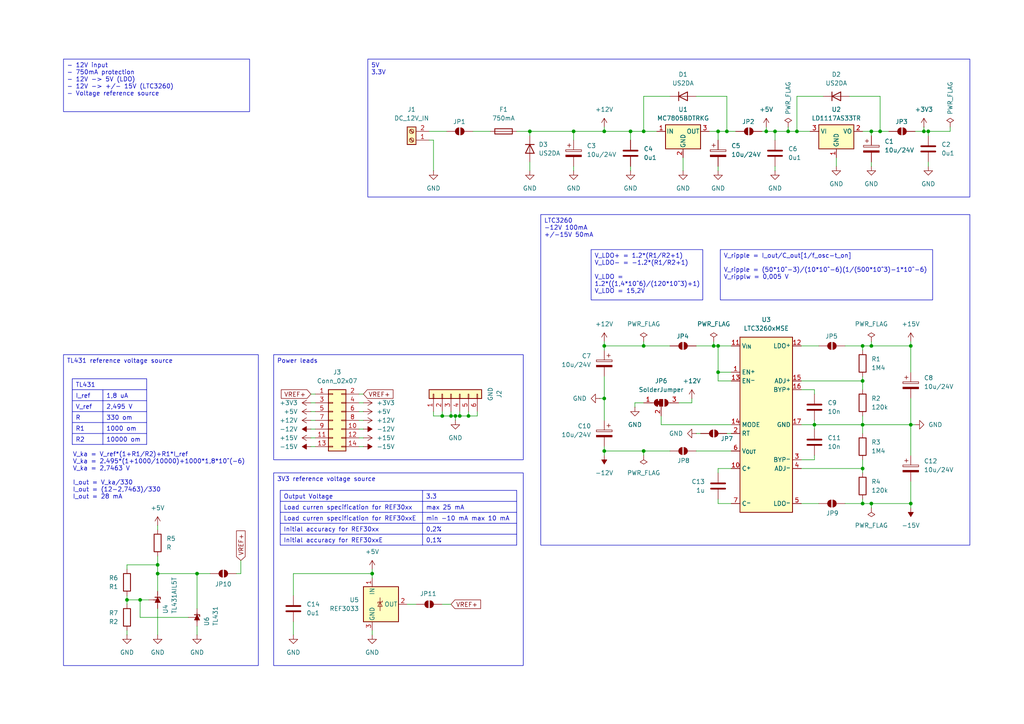
<source format=kicad_sch>
(kicad_sch (version 20250114) (generator "eeschema") (generator_version "9.0")
  (paper "A4")
  (text "V_ka = V_ref*(1+R1/R2)+R1*I_ref\nV_ka = 2.495*(1+1000/10000)+1000*1,8*10^(-6)\nV_ka = 2,7463 V\n\nI_out = V_ka/330\nI_out = (12-2,7463)/330\nI_out = 28 mA" (at 21.082 138.049 0) (effects (font (size 1.27 1.27)) (justify left)))
  (text_box "5V\n3.3V" (at 106.68 17.145 0) (size 174.625 40.005) (margins 0.9525 0.9525 0.9525 0.9525) (effects (font (size 1.27 1.27)) (justify left top)))
  (text_box "Power leads" (at 79.375 102.87 0) (size 72.39 30.48) (margins 0.9525 0.9525 0.9525 0.9525) (effects (font (size 1.27 1.27)) (justify left top)))
  (text_box "V_ripple = I_out/C_out[1/f_osc-t_on]\n\nV_ripple = (50*10^-3)/(10*10^-6)(1/(500*10^3)-1*10^-6)\nV_ripplw = 0,005 V" (at 208.915 72.39 0) (size 61.595 14.605) (margins 0.9525 0.9525 0.9525 0.9525) (effects (font (size 1.27 1.27)) (justify left top)))
  (text_box "3V3 reference voltage source" (at 79.375 137.16 0) (size 72.39 55.88) (margins 0.9525 0.9525 0.9525 0.9525) (effects (font (size 1.27 1.27)) (justify left top)))
  (text_box "TL431 reference voltage source" (at 18.415 102.87 0) (size 56.515 90.17) (margins 0.9525 0.9525 0.9525 0.9525) (effects (font (size 1.27 1.27)) (justify left top)))
  (text_box "LTC3260\n-12V 100mA\n+/-15V 50mA" (at 156.845 62.23 0) (size 124.46 95.885) (margins 0.9525 0.9525 0.9525 0.9525) (effects (font (size 1.27 1.27)) (justify left top)))
  (text_box "- 12V input\n- 750mA protection\n- 12V -> 5V (LDO)\n- 12V -> +/- 15V (LTC3260)\n- Voltage reference source" (at 18.415 17.145 0) (size 53.975 15.24) (margins 0.9525 0.9525 0.9525 0.9525) (effects (font (size 1.27 1.27)) (justify left top)))
  (text_box "V_LDO+ = 1.2*(R1/R2+1)\nV_LDO- = -1.2*(R1/R2+1)\n\nV_LDO = 1.2*((1,4*10^6)/(120*10^3)+1)\nV_LDO = 15,2V" (at 171.45 72.39 0) (size 32.385 14.605) (margins 0.9525 0.9525 0.9525 0.9525) (effects (font (size 1.27 1.27)) (justify left top)))
  (junction (at 208.28 100.33))
  (junction (at 166.37 38.1))
  (junction (at 255.27 38.1))
  (junction (at 57.15 166.37))
  (junction (at 264.16 146.05))
  (junction (at 252.73 38.1))
  (junction (at 250.19 110.49))
  (junction (at 132.08 120.65))
  (junction (at 228.6 38.1))
  (junction (at 236.22 123.19))
  (junction (at 250.19 146.05))
  (junction (at 175.26 38.1))
  (junction (at 133.35 120.65))
  (junction (at 45.72 166.37))
  (junction (at 252.73 146.05))
  (junction (at 250.19 100.33))
  (junction (at 250.19 135.89))
  (junction (at 45.72 163.83))
  (junction (at 207.01 100.33))
  (junction (at 264.16 123.19))
  (junction (at 264.16 100.33))
  (junction (at 224.79 38.1))
  (junction (at 208.28 38.1))
  (junction (at 208.28 107.95))
  (junction (at 40.64 173.99))
  (junction (at 175.26 100.33))
  (junction (at 269.24 38.1))
  (junction (at 252.73 100.33))
  (junction (at 107.95 166.37))
  (junction (at 135.89 120.65))
  (junction (at 222.25 38.1))
  (junction (at 175.26 115.57))
  (junction (at 130.81 120.65))
  (junction (at 186.69 100.33))
  (junction (at 182.88 38.1))
  (junction (at 36.83 173.99))
  (junction (at 186.69 38.1))
  (junction (at 250.19 123.19))
  (junction (at 267.97 38.1))
  (junction (at 231.14 38.1))
  (junction (at 175.26 130.81))
  (junction (at 153.67 38.1))
  (junction (at 186.69 130.81))
  (junction (at 128.27 120.65))
  (junction (at 210.82 38.1))
  (wire (pts (xy 175.26 115.57) (xy 173.99 115.57)))
  (wire (pts (xy 250.19 144.78) (xy 250.19 146.05)))
  (wire (pts (xy 57.15 166.37) (xy 57.15 176.53)))
  (wire (pts (xy 210.82 27.94) (xy 210.82 38.1)))
  (wire (pts (xy 255.27 27.94) (xy 255.27 38.1)))
  (wire (pts (xy 250.19 123.19) (xy 264.16 123.19)))
  (wire (pts (xy 205.74 38.1) (xy 208.28 38.1)))
  (wire (pts (xy 212.09 110.49) (xy 208.28 110.49)))
  (wire (pts (xy 90.17 129.54) (xy 91.44 129.54)))
  (wire (pts (xy 105.41 121.92) (xy 104.14 121.92)))
  (wire (pts (xy 207.01 100.33) (xy 208.28 100.33)))
  (wire (pts (xy 252.73 99.06) (xy 252.73 100.33)))
  (wire (pts (xy 175.26 129.54) (xy 175.26 130.81)))
  (wire (pts (xy 149.86 38.1) (xy 153.67 38.1)))
  (wire (pts (xy 125.73 49.53) (xy 125.73 40.64)))
  (wire (pts (xy 198.12 45.72) (xy 198.12 49.53)))
  (wire (pts (xy 125.73 119.38) (xy 125.73 120.65)))
  (wire (pts (xy 36.83 182.88) (xy 36.83 184.15)))
  (wire (pts (xy 264.16 146.05) (xy 264.16 147.32)))
  (wire (pts (xy 242.57 48.26) (xy 242.57 45.72)))
  (wire (pts (xy 255.27 38.1) (xy 257.81 38.1)))
  (wire (pts (xy 124.46 38.1) (xy 129.54 38.1)))
  (wire (pts (xy 201.93 27.94) (xy 210.82 27.94)))
  (wire (pts (xy 232.41 123.19) (xy 236.22 123.19)))
  (wire (pts (xy 90.17 121.92) (xy 91.44 121.92)))
  (wire (pts (xy 45.72 161.29) (xy 45.72 163.83)))
  (wire (pts (xy 125.73 40.64) (xy 124.46 40.64)))
  (wire (pts (xy 208.28 100.33) (xy 212.09 100.33)))
  (wire (pts (xy 153.67 38.1) (xy 166.37 38.1)))
  (wire (pts (xy 175.26 36.83) (xy 175.26 38.1)))
  (wire (pts (xy 36.83 173.99) (xy 36.83 175.26)))
  (wire (pts (xy 250.19 120.65) (xy 250.19 123.19)))
  (wire (pts (xy 57.15 184.15) (xy 57.15 181.61)))
  (wire (pts (xy 166.37 38.1) (xy 175.26 38.1)))
  (wire (pts (xy 133.35 119.38) (xy 133.35 120.65)))
  (wire (pts (xy 265.43 38.1) (xy 267.97 38.1)))
  (wire (pts (xy 135.89 119.38) (xy 135.89 120.65)))
  (wire (pts (xy 194.31 27.94) (xy 186.69 27.94)))
  (wire (pts (xy 45.72 166.37) (xy 57.15 166.37)))
  (wire (pts (xy 166.37 48.26) (xy 166.37 49.53)))
  (wire (pts (xy 186.69 130.81) (xy 194.31 130.81)))
  (wire (pts (xy 128.27 119.38) (xy 128.27 120.65)))
  (wire (pts (xy 54.61 179.07) (xy 40.64 179.07)))
  (wire (pts (xy 269.24 38.1) (xy 269.24 39.37)))
  (wire (pts (xy 85.09 180.34) (xy 85.09 184.15)))
  (wire (pts (xy 200.66 116.84) (xy 196.85 116.84)))
  (wire (pts (xy 186.69 27.94) (xy 186.69 38.1)))
  (wire (pts (xy 105.41 116.84) (xy 104.14 116.84)))
  (wire (pts (xy 90.17 114.3) (xy 91.44 114.3)))
  (wire (pts (xy 224.79 38.1) (xy 228.6 38.1)))
  (wire (pts (xy 220.98 38.1) (xy 222.25 38.1)))
  (wire (pts (xy 264.16 123.19) (xy 264.16 132.08)))
  (wire (pts (xy 57.15 166.37) (xy 60.96 166.37)))
  (wire (pts (xy 182.88 38.1) (xy 182.88 40.64)))
  (wire (pts (xy 186.69 38.1) (xy 190.5 38.1)))
  (wire (pts (xy 107.95 165.1) (xy 107.95 166.37)))
  (wire (pts (xy 175.26 130.81) (xy 175.26 132.08)))
  (wire (pts (xy 208.28 38.1) (xy 208.28 40.64)))
  (wire (pts (xy 40.64 173.99) (xy 43.18 173.99)))
  (wire (pts (xy 208.28 107.95) (xy 212.09 107.95)))
  (wire (pts (xy 236.22 113.03) (xy 236.22 114.3)))
  (wire (pts (xy 250.19 135.89) (xy 250.19 137.16)))
  (wire (pts (xy 232.41 133.35) (xy 236.22 133.35)))
  (wire (pts (xy 130.81 119.38) (xy 130.81 120.65)))
  (wire (pts (xy 264.16 123.19) (xy 265.43 123.19)))
  (wire (pts (xy 252.73 146.05) (xy 264.16 146.05)))
  (wire (pts (xy 231.14 38.1) (xy 234.95 38.1)))
  (wire (pts (xy 264.16 139.7) (xy 264.16 146.05)))
  (wire (pts (xy 45.72 166.37) (xy 45.72 171.45)))
  (wire (pts (xy 107.95 182.88) (xy 107.95 184.15)))
  (wire (pts (xy 36.83 173.99) (xy 40.64 173.99)))
  (wire (pts (xy 90.17 116.84) (xy 91.44 116.84)))
  (wire (pts (xy 133.35 120.65) (xy 135.89 120.65)))
  (wire (pts (xy 224.79 48.26) (xy 224.79 49.53)))
  (wire (pts (xy 69.85 162.56) (xy 69.85 166.37)))
  (wire (pts (xy 237.49 146.05) (xy 232.41 146.05)))
  (wire (pts (xy 90.17 119.38) (xy 91.44 119.38)))
  (wire (pts (xy 128.27 175.26) (xy 130.81 175.26)))
  (wire (pts (xy 90.17 127) (xy 91.44 127)))
  (wire (pts (xy 246.38 27.94) (xy 255.27 27.94)))
  (wire (pts (xy 118.11 175.26) (xy 120.65 175.26)))
  (wire (pts (xy 267.97 38.1) (xy 269.24 38.1)))
  (wire (pts (xy 132.08 121.92) (xy 132.08 120.65)))
  (wire (pts (xy 236.22 123.19) (xy 250.19 123.19)))
  (wire (pts (xy 208.28 107.95) (xy 208.28 100.33)))
  (wire (pts (xy 207.01 99.06) (xy 207.01 100.33)))
  (wire (pts (xy 250.19 100.33) (xy 245.11 100.33)))
  (wire (pts (xy 36.83 165.1) (xy 36.83 163.83)))
  (wire (pts (xy 45.72 163.83) (xy 45.72 166.37)))
  (wire (pts (xy 182.88 38.1) (xy 186.69 38.1)))
  (wire (pts (xy 153.67 38.1) (xy 153.67 39.37)))
  (wire (pts (xy 201.93 100.33) (xy 207.01 100.33)))
  (wire (pts (xy 250.19 100.33) (xy 252.73 100.33)))
  (wire (pts (xy 90.17 124.46) (xy 91.44 124.46)))
  (wire (pts (xy 275.59 36.83) (xy 275.59 38.1)))
  (wire (pts (xy 250.19 146.05) (xy 252.73 146.05)))
  (wire (pts (xy 105.41 127) (xy 104.14 127)))
  (wire (pts (xy 107.95 166.37) (xy 107.95 167.64)))
  (wire (pts (xy 130.81 120.65) (xy 132.08 120.65)))
  (wire (pts (xy 210.82 125.73) (xy 212.09 125.73)))
  (wire (pts (xy 182.88 48.26) (xy 182.88 49.53)))
  (wire (pts (xy 250.19 123.19) (xy 250.19 125.73)))
  (wire (pts (xy 132.08 120.65) (xy 133.35 120.65)))
  (wire (pts (xy 166.37 38.1) (xy 166.37 40.64)))
  (wire (pts (xy 175.26 100.33) (xy 186.69 100.33)))
  (wire (pts (xy 128.27 120.65) (xy 130.81 120.65)))
  (wire (pts (xy 104.14 114.3) (xy 105.41 114.3)))
  (wire (pts (xy 264.16 107.95) (xy 264.16 100.33)))
  (wire (pts (xy 36.83 172.72) (xy 36.83 173.99)))
  (wire (pts (xy 250.19 100.33) (xy 250.19 101.6)))
  (wire (pts (xy 237.49 100.33) (xy 232.41 100.33)))
  (wire (pts (xy 125.73 120.65) (xy 128.27 120.65)))
  (wire (pts (xy 264.16 115.57) (xy 264.16 123.19)))
  (wire (pts (xy 186.69 100.33) (xy 194.31 100.33)))
  (wire (pts (xy 153.67 46.99) (xy 153.67 49.53)))
  (wire (pts (xy 191.77 123.19) (xy 212.09 123.19)))
  (wire (pts (xy 45.72 176.53) (xy 45.72 184.15)))
  (wire (pts (xy 232.41 110.49) (xy 250.19 110.49)))
  (wire (pts (xy 208.28 135.89) (xy 212.09 135.89)))
  (wire (pts (xy 252.73 46.99) (xy 252.73 48.26)))
  (wire (pts (xy 210.82 38.1) (xy 213.36 38.1)))
  (wire (pts (xy 200.66 115.57) (xy 200.66 116.84)))
  (wire (pts (xy 252.73 146.05) (xy 252.73 147.32)))
  (wire (pts (xy 208.28 137.16) (xy 208.28 135.89)))
  (wire (pts (xy 175.26 109.22) (xy 175.26 115.57)))
  (wire (pts (xy 252.73 38.1) (xy 252.73 39.37)))
  (wire (pts (xy 250.19 110.49) (xy 250.19 113.03)))
  (wire (pts (xy 175.26 38.1) (xy 182.88 38.1)))
  (wire (pts (xy 69.85 166.37) (xy 68.58 166.37)))
  (wire (pts (xy 231.14 27.94) (xy 231.14 38.1)))
  (wire (pts (xy 224.79 38.1) (xy 224.79 40.64)))
  (wire (pts (xy 252.73 38.1) (xy 255.27 38.1)))
  (wire (pts (xy 232.41 113.03) (xy 236.22 113.03)))
  (wire (pts (xy 184.15 118.11) (xy 184.15 116.84)))
  (wire (pts (xy 208.28 110.49) (xy 208.28 107.95)))
  (wire (pts (xy 186.69 130.81) (xy 186.69 132.08)))
  (wire (pts (xy 250.19 38.1) (xy 252.73 38.1)))
  (wire (pts (xy 250.19 110.49) (xy 250.19 109.22)))
  (wire (pts (xy 264.16 99.06) (xy 264.16 100.33)))
  (wire (pts (xy 105.41 124.46) (xy 104.14 124.46)))
  (wire (pts (xy 267.97 36.83) (xy 267.97 38.1)))
  (wire (pts (xy 105.41 119.38) (xy 104.14 119.38)))
  (wire (pts (xy 137.16 38.1) (xy 142.24 38.1)))
  (wire (pts (xy 201.93 125.73) (xy 203.2 125.73)))
  (wire (pts (xy 105.41 129.54) (xy 104.14 129.54)))
  (wire (pts (xy 222.25 38.1) (xy 224.79 38.1)))
  (wire (pts (xy 252.73 100.33) (xy 264.16 100.33)))
  (wire (pts (xy 236.22 133.35) (xy 236.22 132.08)))
  (wire (pts (xy 236.22 123.19) (xy 236.22 124.46)))
  (wire (pts (xy 85.09 166.37) (xy 107.95 166.37)))
  (wire (pts (xy 236.22 123.19) (xy 236.22 121.92)))
  (wire (pts (xy 40.64 179.07) (xy 40.64 173.99)))
  (wire (pts (xy 186.69 99.06) (xy 186.69 100.33)))
  (wire (pts (xy 208.28 144.78) (xy 208.28 146.05)))
  (wire (pts (xy 138.43 120.65) (xy 138.43 119.38)))
  (wire (pts (xy 175.26 100.33) (xy 175.26 101.6)))
  (wire (pts (xy 232.41 135.89) (xy 250.19 135.89)))
  (wire (pts (xy 250.19 146.05) (xy 245.11 146.05)))
  (wire (pts (xy 36.83 163.83) (xy 45.72 163.83)))
  (wire (pts (xy 135.89 120.65) (xy 138.43 120.65)))
  (wire (pts (xy 250.19 133.35) (xy 250.19 135.89)))
  (wire (pts (xy 208.28 48.26) (xy 208.28 49.53)))
  (wire (pts (xy 228.6 36.83) (xy 228.6 38.1)))
  (wire (pts (xy 175.26 121.92) (xy 175.26 115.57)))
  (wire (pts (xy 275.59 38.1) (xy 269.24 38.1)))
  (wire (pts (xy 45.72 152.4) (xy 45.72 153.67)))
  (wire (pts (xy 222.25 36.83) (xy 222.25 38.1)))
  (wire (pts (xy 184.15 116.84) (xy 186.69 116.84)))
  (wire (pts (xy 269.24 46.99) (xy 269.24 48.26)))
  (wire (pts (xy 208.28 38.1) (xy 210.82 38.1)))
  (wire (pts (xy 175.26 130.81) (xy 186.69 130.81)))
  (wire (pts (xy 238.76 27.94) (xy 231.14 27.94)))
  (wire (pts (xy 228.6 38.1) (xy 231.14 38.1)))
  (wire (pts (xy 201.93 130.81) (xy 212.09 130.81)))
  (wire (pts (xy 85.09 172.72) (xy 85.09 166.37)))
  (wire (pts (xy 191.77 123.19) (xy 191.77 120.65)))
  (wire (pts (xy 208.28 146.05) (xy 212.09 146.05)))
  (wire (pts (xy 175.26 99.06) (xy 175.26 100.33)))
  (table (column_count 2) (border (external yes) (header yes)) (separators (rows yes) (cols yes)) (column_widths 8.89 12.7) (row_heights 3.175 3.175 3.175 3.175 3.175 3.175) (cells (table_cell "TL431" (at 20.955 109.855 0) (size 21.59 3.175) (margins 0.9525 0.9525 0.9525 0.9525) (span 2 1)) (table_cell "rgb(240, 240, 240)" (at 29.845 109.855 0) (size 12.7 3.175) (margins 0.9525 0.9525 0.9525 0.9525) (span 0 0)) (table_cell "I_ref" (at 20.955 113.03 0) (size 8.89 3.175) (margins 0.9525 0.9525 0.9525 0.9525) (span 1 1)) (table_cell "1,8 uA" (at 29.845 113.03 0) (size 12.7 3.175) (margins 0.9525 0.9525 0.9525 0.9525) (span 1 1)) (table_cell "V_ref" (at 20.955 116.205 0) (size 8.89 3.175) (margins 0.9525 0.9525 0.9525 0.9525) (span 1 1)) (table_cell "2,495 V" (at 29.845 116.205 0) (size 12.7 3.175) (margins 0.9525 0.9525 0.9525 0.9525) (span 1 1)) (table_cell "R" (at 20.955 119.38 0) (size 8.89 3.175) (margins 0.9525 0.9525 0.9525 0.9525) (span 1 1)) (table_cell "330 om" (at 29.845 119.38 0) (size 12.7 3.175) (margins 0.9525 0.9525 0.9525 0.9525) (span 1 1)) (table_cell "R1" (at 20.955 122.555 0) (size 8.89 3.175) (margins 0.9525 0.9525 0.9525 0.9525) (span 1 1)) (table_cell "1000 om" (at 29.845 122.555 0) (size 12.7 3.175) (margins 0.9525 0.9525 0.9525 0.9525) (span 1 1)) (table_cell "R2" (at 20.955 125.73 0) (size 8.89 3.175) (margins 0.9525 0.9525 0.9525 0.9525) (span 1 1)) (table_cell "10000 om" (at 29.845 125.73 0) (size 12.7 3.175) (margins 0.9525 0.9525 0.9525 0.9525) (span 1 1))))
  (table (column_count 2) (border (external yes) (header yes)) (separators (rows yes) (cols yes)) (column_widths 41.275 27.305) (row_heights 3.175 3.175 3.175 3.175 3.175) (cells (table_cell "Output Voltage" (at 81.28 142.24 0) (size 41.275 3.175) (margins 0.9525 0.9525 0.9525 0.9525) (span 1 1)) (table_cell "3.3" (at 122.555 142.24 0) (size 27.305 3.175) (margins 0.9525 0.9525 0.9525 0.9525) (span 1 1)) (table_cell "Load curren specification for REF30xx" (at 81.28 145.415 0) (size 41.275 3.175) (margins 0.9525 0.9525 0.9525 0.9525) (span 1 1)) (table_cell "max 25 mA" (at 122.555 145.415 0) (size 27.305 3.175) (margins 0.9525 0.9525 0.9525 0.9525) (span 1 1)) (table_cell "Load curren specification for REF30xxE" (at 81.28 148.59 0) (size 41.275 3.175) (margins 0.9525 0.9525 0.9525 0.9525) (span 1 1)) (table_cell "min -10 mA max 10 mA" (at 122.555 148.59 0) (size 27.305 3.175) (margins 0.9525 0.9525 0.9525 0.9525) (span 1 1)) (table_cell "Initial accuracy for REF30xx" (at 81.28 151.765 0) (size 41.275 3.175) (margins 0.9525 0.9525 0.9525 0.9525) (span 1 1)) (table_cell "0,2%" (at 122.555 151.765 0) (size 27.305 3.175) (margins 0.9525 0.9525 0.9525 0.9525) (span 1 1)) (table_cell "Initial accuracy for REF30xxE" (at 81.28 154.94 0) (size 41.275 3.175) (margins 0.9525 0.9525 0.9525 0.9525) (span 1 1)) (table_cell "0,1%" (at 122.555 154.94 0) (size 27.305 3.175) (margins 0.9525 0.9525 0.9525 0.9525) (span 1 1))))
  (global_label "VREF+" (shape input) (at 130.81 175.26 0) (property "Intersheetrefs" "${INTERSHEET_REFS}" (effects (hide yes))))
  (global_label "VREF+" (shape input) (at 69.85 162.56 90) (property "Intersheetrefs" "${INTERSHEET_REFS}" (effects (hide yes))))
  (global_label "VREF+" (shape input) (at 105.41 114.3 0) (property "Intersheetrefs" "${INTERSHEET_REFS}" (effects (hide yes))))
  (global_label "VREF+" (shape input) (at 90.17 114.3 180) (property "Intersheetrefs" "${INTERSHEET_REFS}" (effects (hide yes))))
  (symbol (lib_id "power:GND") (at 57.15 184.15 0) (unit 1)
    (property "Reference" "#PWR040" (effects (hide yes)))
    (property "Value" "GND" (at 57.15 189.23 0))
    (property "Description" "Power symbol creates a global label with name \"GND\" , ground" (effects (hide yes)))
  )
  (symbol (lib_id "power:+15V") (at 264.16 99.06 0) (unit 1)
    (property "Reference" "#PWR015" (effects (hide yes)))
    (property "Value" "+15V" (at 264.16 93.98 0))
    (property "Description" "Power symbol creates a global label with name \"+15V\"" (effects (hide yes)))
  )
  (symbol (lib_id "power:PWR_FLAG") (at 252.73 99.06 0) (unit 1)
    (property "Reference" "#FLG05" (effects (hide yes)))
    (property "Value" "PWR_FLAG" (at 252.73 93.98 0))
    (property "Description" "Special symbol for telling ERC where power comes from" (effects (hide yes)))
  )
  (symbol (lib_id "power:GND") (at 132.08 121.92 0) (unit 1)
    (property "Reference" "#PWR025" (effects (hide yes)))
    (property "Value" "GND" (at 132.08 127 0))
    (property "Description" "Power symbol creates a global label with name \"GND\" , ground" (effects (hide yes)))
  )
  (symbol (lib_id "Device:Fuse") (at 146.05 38.1 90) (unit 1)
    (property "Reference" "F1" (at 146.05 31.75 90))
    (property "Value" "750mA" (at 146.05 34.29 90))
    (property "Footprint" "Fuse:Fuse_0603_1608Metric_Pad1.05x0.95mm_HandSolder" (effects (hide yes)))
    (property "Description" "Fuse" (effects (hide yes)))
  )
  (symbol (lib_id "Jumper:SolderJumper_2_Open") (at 198.12 100.33 180) (unit 1) (in_bom no)
    (property "Reference" "JP4" (at 197.993 97.536 0))
    (property "Value" "SolderJumper" (effects (hide yes)))
    (property "Footprint" "Jumper:SolderJumper-2_P1.3mm_Open_TrianglePad1.0x1.5mm" (effects (hide yes)))
    (property "Description" "Solder Jumper, 2-pole, open" (effects (hide yes)))
  )
  (symbol (lib_id "Device:R") (at 250.19 105.41 0) (unit 1)
    (property "Reference" "R1" (at 252.73 104.1399 0) (effects (justify left)))
    (property "Value" "1M4" (at 252.73 106.6799 0) (effects (justify left)))
    (property "Footprint" "Resistor_SMD:R_0603_1608Metric_Pad0.98x0.95mm_HandSolder" (effects (hide yes)))
    (property "Description" "Resistor" (effects (hide yes)))
  )
  (symbol (lib_id "Device:R") (at 250.19 140.97 0) (unit 1)
    (property "Reference" "R4" (at 252.73 139.6999 0) (effects (justify left)))
    (property "Value" "120k" (at 252.73 142.2399 0) (effects (justify left)))
    (property "Footprint" "Resistor_SMD:R_0603_1608Metric_Pad0.98x0.95mm_HandSolder" (effects (hide yes)))
    (property "Description" "Resistor" (effects (hide yes)))
  )
  (symbol (lib_id "Device:C_Polarized") (at 208.28 44.45 0) (unit 1)
    (property "Reference" "C5" (at 212.09 42.2909 0) (effects (justify left)))
    (property "Value" "10u/24V" (at 212.09 44.8309 0) (effects (justify left)))
    (property "Footprint" "Capacitor_THT:CP_Radial_D5.0mm_P2.00mm" (effects (hide yes)))
    (property "Description" "Polarized capacitor" (effects (hide yes)))
  )
  (symbol (lib_id "power:GND") (at 36.83 184.15 0) (unit 1)
    (property "Reference" "#PWR038" (effects (hide yes)))
    (property "Value" "GND" (at 36.83 189.23 0))
    (property "Description" "Power symbol creates a global label with name \"GND\" , ground" (effects (hide yes)))
  )
  (symbol (lib_id "power:GND") (at 182.88 49.53 0) (unit 1)
    (property "Reference" "#PWR010" (effects (hide yes)))
    (property "Value" "GND" (at 182.88 54.61 0))
    (property "Description" "Power symbol creates a global label with name \"GND\" , ground" (effects (hide yes)))
  )
  (symbol (lib_id "Regulator_Linear:LD1117S33TR_SOT223") (at 242.57 38.1 0) (unit 1)
    (property "Reference" "U2" (at 242.57 31.75 0))
    (property "Value" "LD1117AS33TR" (at 242.57 34.29 0))
    (property "Footprint" "Package_TO_SOT_SMD:SOT-223-3_TabPin2" (effects (hide yes)))
    (property "Datasheet" "http://www.st.com/st-web-ui/static/active/en/resource/technical/document/datasheet/CD00000544.pdf" (effects (hide yes)))
    (property "Description" "800mA Fixed Low Drop Positive Voltage Regulator, Fixed Output 3.3V, SOT-223" (effects (hide yes)))
  )
  (symbol (lib_id "Jumper:SolderJumper_2_Open") (at 124.46 175.26 0) (unit 1) (in_bom no)
    (property "Reference" "JP11" (at 124.206 172.212 0))
    (property "Value" "SolderJumper" (effects (hide yes)))
    (property "Footprint" "Jumper:SolderJumper-2_P1.3mm_Open_TrianglePad1.0x1.5mm" (effects (hide yes)))
    (property "Description" "Solder Jumper, 2-pole, open" (effects (hide yes)))
  )
  (symbol (lib_id "power:+5V") (at 222.25 36.83 0) (unit 1)
    (property "Reference" "#PWR02" (effects (hide yes)))
    (property "Value" "+5V" (at 222.25 31.75 0))
    (property "Description" "Power symbol creates a global label with name \"+5V\"" (effects (hide yes)))
  )
  (symbol (lib_id "power:GND") (at 125.73 49.53 0) (unit 1)
    (property "Reference" "#PWR07" (effects (hide yes)))
    (property "Value" "GND" (at 125.73 54.61 0))
    (property "Description" "Power symbol creates a global label with name \"GND\" , ground" (effects (hide yes)))
  )
  (symbol (lib_id "Jumper:SolderJumper_2_Open") (at 261.62 38.1 180) (unit 1) (in_bom no)
    (property "Reference" "JP3" (at 261.493 35.306 0))
    (property "Value" "SolderJumper" (effects (hide yes)))
    (property "Footprint" "Jumper:SolderJumper-2_P1.3mm_Open_TrianglePad1.0x1.5mm" (effects (hide yes)))
    (property "Description" "Solder Jumper, 2-pole, open" (effects (hide yes)))
  )
  (symbol (lib_id "power:-15V") (at 264.16 147.32 180) (unit 1)
    (property "Reference" "#PWR035" (effects (hide yes)))
    (property "Value" "-15V" (at 264.16 152.4 0))
    (property "Description" "Power symbol creates a global label with name \"-15V\"" (effects (hide yes)))
  )
  (symbol (lib_id "Device:C") (at 269.24 43.18 0) (unit 1)
    (property "Reference" "C2" (at 273.05 41.9099 0) (effects (justify left)))
    (property "Value" "0u1" (at 273.05 44.4499 0) (effects (justify left)))
    (property "Footprint" "Capacitor_SMD:C_0603_1608Metric_Pad1.08x0.95mm_HandSolder" (effects (hide yes)))
    (property "Description" "Unpolarized capacitor" (effects (hide yes)))
  )
  (symbol (lib_id "Jumper:SolderJumper_2_Open") (at 207.01 125.73 0) (unit 1) (in_bom no)
    (property "Reference" "JP7" (at 210.82 127.254 0))
    (property "Value" "SolderJumper" (effects (hide yes)))
    (property "Footprint" "Jumper:SolderJumper-2_P1.3mm_Open_TrianglePad1.0x1.5mm" (effects (hide yes)))
    (property "Description" "Solder Jumper, 2-pole, open" (effects (hide yes)))
  )
  (symbol (lib_id "Jumper:SolderJumper_2_Open") (at 64.77 166.37 0) (unit 1) (in_bom no)
    (property "Reference" "JP10" (at 64.77 169.418 0))
    (property "Value" "SolderJumper" (effects (hide yes)))
    (property "Footprint" "Jumper:SolderJumper-2_P1.3mm_Open_TrianglePad1.0x1.5mm" (effects (hide yes)))
    (property "Description" "Solder Jumper, 2-pole, open" (effects (hide yes)))
  )
  (symbol (lib_id "power:+12V") (at 105.41 121.92 270) (mirror x) (unit 1)
    (property "Reference" "#PWR024" (effects (hide yes)))
    (property "Value" "+12V" (at 109.22 121.9199 90) (effects (justify left)))
    (property "Description" "Power symbol creates a global label with name \"+12V\"" (effects (hide yes)))
  )
  (symbol (lib_id "power:-12V") (at 90.17 124.46 90) (unit 1)
    (property "Reference" "#PWR027" (effects (hide yes)))
    (property "Value" "-12V" (at 86.36 124.4599 90) (effects (justify left)))
    (property "Description" "Power symbol creates a global label with name \"-12V\"" (effects (hide yes)))
  )
  (symbol (lib_id "Device:C_Polarized") (at 264.16 111.76 0) (unit 1)
    (property "Reference" "C8" (at 267.97 109.6009 0) (effects (justify left)))
    (property "Value" "10u/24V" (at 267.97 112.1409 0) (effects (justify left)))
    (property "Footprint" "Capacitor_THT:CP_Radial_D5.0mm_P2.00mm" (effects (hide yes)))
    (property "Description" "Polarized capacitor" (effects (hide yes)))
  )
  (symbol (lib_id "Jumper:SolderJumper_2_Open") (at 217.17 38.1 180) (unit 1) (in_bom no)
    (property "Reference" "JP2" (at 217.043 35.306 0))
    (property "Value" "SolderJumper" (effects (hide yes)))
    (property "Footprint" "Jumper:SolderJumper-2_P1.3mm_Open_TrianglePad1.0x1.5mm" (effects (hide yes)))
    (property "Description" "Solder Jumper, 2-pole, open" (effects (hide yes)))
  )
  (symbol (lib_id "power:PWR_FLAG") (at 228.6 36.83 0) (unit 1)
    (property "Reference" "#FLG01" (effects (hide yes)))
    (property "Value" "PWR_FLAG" (at 228.6 28.448 90))
    (property "Description" "Special symbol for telling ERC where power comes from" (effects (hide yes)))
  )
  (symbol (lib_id "power:GND") (at 173.99 115.57 270) (unit 1)
    (property "Reference" "#PWR016" (effects (hide yes)))
    (property "Value" "GND" (at 170.18 115.5699 90) (effects (justify right)))
    (property "Description" "Power symbol creates a global label with name \"GND\" , ground" (effects (hide yes)))
  )
  (symbol (lib_id "power:GND") (at 45.72 184.15 0) (unit 1)
    (property "Reference" "#PWR039" (effects (hide yes)))
    (property "Value" "GND" (at 45.72 189.23 0))
    (property "Description" "Power symbol creates a global label with name \"GND\" , ground" (effects (hide yes)))
  )
  (symbol (lib_id "Jumper:SolderJumper_3_Bridged12") (at 191.77 116.84 0) (unit 1) (in_bom no)
    (property "Reference" "JP6" (at 191.77 110.49 0))
    (property "Value" "SolderJumper" (at 191.77 113.03 0))
    (property "Footprint" "Jumper:SolderJumper-3_P1.3mm_Bridged12_RoundedPad1.0x1.5mm" (effects (hide yes)))
    (property "Description" "3-pole Solder Jumper, pins 1+2 closed/bridged" (effects (hide yes)))
  )
  (symbol (lib_id "power:GND") (at 166.37 49.53 0) (unit 1)
    (property "Reference" "#PWR09" (effects (hide yes)))
    (property "Value" "GND" (at 166.37 54.61 0))
    (property "Description" "Power symbol creates a global label with name \"GND\" , ground" (effects (hide yes)))
  )
  (symbol (lib_id "power:-15V") (at 90.17 129.54 90) (unit 1)
    (property "Reference" "#PWR032" (effects (hide yes)))
    (property "Value" "-15V" (at 86.36 129.5399 90) (effects (justify left)))
    (property "Description" "Power symbol creates a global label with name \"-15V\"" (effects (hide yes)))
  )
  (symbol (lib_id "power:+3V3") (at 90.17 116.84 90) (unit 1)
    (property "Reference" "#PWR018" (effects (hide yes)))
    (property "Value" "+3V3" (at 86.36 116.8399 90) (effects (justify left)))
    (property "Description" "Power symbol creates a global label with name \"+3V3\"" (effects (hide yes)))
  )
  (symbol (lib_id "power:+5V") (at 105.41 119.38 270) (mirror x) (unit 1)
    (property "Reference" "#PWR022" (effects (hide yes)))
    (property "Value" "+5V" (at 109.22 119.3799 90) (effects (justify left)))
    (property "Description" "Power symbol creates a global label with name \"+5V\"" (effects (hide yes)))
  )
  (symbol (lib_id "power:+12V") (at 200.66 115.57 0) (unit 1)
    (property "Reference" "#PWR017" (effects (hide yes)))
    (property "Value" "+12V" (at 200.66 110.49 0))
    (property "Description" "Power symbol creates a global label with name \"+12V\"" (effects (hide yes)))
  )
  (symbol (lib_id "power:+3V3") (at 267.97 36.83 0) (unit 1)
    (property "Reference" "#PWR03" (effects (hide yes)))
    (property "Value" "+3V3" (at 267.97 31.75 0))
    (property "Description" "Power symbol creates a global label with name \"+3V3\"" (effects (hide yes)))
  )
  (symbol (lib_id "Jumper:SolderJumper_2_Open") (at 198.12 130.81 0) (unit 1) (in_bom no)
    (property "Reference" "JP8" (at 198.247 133.604 0))
    (property "Value" "SolderJumper" (effects (hide yes)))
    (property "Footprint" "Jumper:SolderJumper-2_P1.3mm_Open_TrianglePad1.0x1.5mm" (effects (hide yes)))
    (property "Description" "Solder Jumper, 2-pole, open" (effects (hide yes)))
  )
  (symbol (lib_id "Device:C_Polarized") (at 264.16 135.89 0) (unit 1)
    (property "Reference" "C12" (at 267.97 133.7309 0) (effects (justify left)))
    (property "Value" "10u/24V" (at 267.97 136.2709 0) (effects (justify left)))
    (property "Footprint" "Capacitor_THT:CP_Radial_D5.0mm_P2.00mm" (effects (hide yes)))
    (property "Description" "Polarized capacitor" (effects (hide yes)))
  )
  (symbol (lib_id "power:GND") (at 107.95 184.15 0) (unit 1)
    (property "Reference" "#PWR042" (effects (hide yes)))
    (property "Value" "GND" (at 107.95 189.23 0))
    (property "Description" "Power symbol creates a global label with name \"GND\" , ground" (effects (hide yes)))
  )
  (symbol (lib_id "power:+12V") (at 90.17 121.92 90) (unit 1)
    (property "Reference" "#PWR023" (effects (hide yes)))
    (property "Value" "+12V" (at 86.36 121.9199 90) (effects (justify left)))
    (property "Description" "Power symbol creates a global label with name \"+12V\"" (effects (hide yes)))
  )
  (symbol (lib_id "power:GND") (at 198.12 49.53 0) (unit 1)
    (property "Reference" "#PWR011" (effects (hide yes)))
    (property "Value" "GND" (at 198.12 54.61 0))
    (property "Description" "Power symbol creates a global label with name \"GND\" , ground" (effects (hide yes)))
  )
  (symbol (lib_id "Diode:US2DA") (at 242.57 27.94 0) (unit 1)
    (property "Reference" "D2" (at 242.57 21.59 0))
    (property "Value" "US2DA" (at 242.57 24.13 0))
    (property "Footprint" "Diode_SMD:D_SMA-SMB_Universal_Handsoldering" (effects (hide yes)))
    (property "Datasheet" "https://www.onsemi.com/pub/Collateral/US2AA-D.PDF" (effects (hide yes)))
    (property "Description" "200V, 1.5A, General Purpose Rectifier Diode, SMA(DO-214AC)" (effects (hide yes)))
    (property "Sim.Device" "D" (effects (hide yes)))
    (property "Sim.Pins" "1=K 2=A" (effects (hide yes)))
  )
  (symbol (lib_id "power:PWR_FLAG") (at 275.59 36.83 0) (unit 1)
    (property "Reference" "#FLG02" (effects (hide yes)))
    (property "Value" "PWR_FLAG" (at 275.59 28.448 90))
    (property "Description" "Special symbol for telling ERC where power comes from" (effects (hide yes)))
  )
  (symbol (lib_id "power:GND") (at 153.67 49.53 0) (unit 1)
    (property "Reference" "#PWR08" (effects (hide yes)))
    (property "Value" "GND" (at 153.67 54.61 0))
    (property "Description" "Power symbol creates a global label with name \"GND\" , ground" (effects (hide yes)))
  )
  (symbol (lib_id "power:+15V") (at 105.41 127 270) (mirror x) (unit 1)
    (property "Reference" "#PWR031" (effects (hide yes)))
    (property "Value" "+15V" (at 109.22 126.9999 90) (effects (justify left)))
    (property "Description" "Power symbol creates a global label with name \"+15V\"" (effects (hide yes)))
  )
  (symbol (lib_id "Device:C") (at 236.22 128.27 0) (unit 1)
    (property "Reference" "C11" (at 240.03 126.9999 0) (effects (justify left)))
    (property "Value" "10n" (at 240.03 129.5399 0) (effects (justify left)))
    (property "Footprint" "Capacitor_SMD:C_0805_2012Metric_Pad1.18x1.45mm_HandSolder" (effects (hide yes)))
    (property "Description" "Unpolarized capacitor" (effects (hide yes)))
  )
  (symbol (lib_id "Device:R") (at 36.83 168.91 0) (mirror y) (unit 1)
    (property "Reference" "R6" (at 34.29 167.6399 0) (effects (justify left)))
    (property "Value" "R1" (at 34.29 170.1799 0) (effects (justify left)))
    (property "Footprint" "Resistor_SMD:R_1206_3216Metric_Pad1.30x1.75mm_HandSolder" (effects (hide yes)))
    (property "Description" "Resistor" (effects (hide yes)))
  )
  (symbol (lib_id "Jumper:SolderJumper_2_Open") (at 241.3 100.33 180) (unit 1) (in_bom no)
    (property "Reference" "JP5" (at 241.173 97.536 0))
    (property "Value" "SolderJumper" (effects (hide yes)))
    (property "Footprint" "Jumper:SolderJumper-2_P1.3mm_Open_TrianglePad1.0x1.5mm" (effects (hide yes)))
    (property "Description" "Solder Jumper, 2-pole, open" (effects (hide yes)))
  )
  (symbol (lib_id "Reference_Voltage:TL431DBV") (at 45.72 173.99 90) (unit 1)
    (property "Reference" "U4" (at 48.006 178.054 0) (effects (justify left)))
    (property "Value" "TL431AIL5T" (at 50.546 178.054 0) (effects (justify left)))
    (property "Footprint" "Package_TO_SOT_SMD:SOT-23-5" (effects (hide yes)))
    (property "Datasheet" "http://www.ti.com/lit/ds/symlink/tl431.pdf" (effects (hide yes)))
    (property "Description" "Shunt Regulator, SOT-23-5" (effects (hide yes)))
  )
  (symbol (lib_id "power:GND") (at 224.79 49.53 0) (unit 1)
    (property "Reference" "#PWR013" (effects (hide yes)))
    (property "Value" "GND" (at 224.79 54.61 0))
    (property "Description" "Power symbol creates a global label with name \"GND\" , ground" (effects (hide yes)))
  )
  (symbol (lib_id "Regulator_Linear:L7805") (at 198.12 38.1 0) (unit 1)
    (property "Reference" "U1" (at 198.12 31.75 0))
    (property "Value" "MC7805BDTRKG" (at 198.12 34.29 0))
    (property "Footprint" "Package_TO_SOT_SMD:TO-252-3_TabPin2" (effects (hide yes)))
    (property "Description" "Positive 1.5A 35V Linear Regulator, Fixed Output 5V, TO-220/TO-263/TO-252" (effects (hide yes)))
  )
  (symbol (lib_id "Device:R") (at 45.72 157.48 0) (unit 1)
    (property "Reference" "R5" (at 48.26 156.2099 0) (effects (justify left)))
    (property "Value" "R" (at 48.26 158.7499 0) (effects (justify left)))
    (property "Footprint" "Resistor_SMD:R_1206_3216Metric_Pad1.30x1.75mm_HandSolder" (effects (hide yes)))
    (property "Description" "Resistor" (effects (hide yes)))
  )
  (symbol (lib_id "Device:C_Polarized") (at 175.26 125.73 0) (mirror y) (unit 1)
    (property "Reference" "C10" (at 171.45 123.5709 0) (effects (justify left)))
    (property "Value" "10u/24V" (at 171.45 126.1109 0) (effects (justify left)))
    (property "Footprint" "Capacitor_THT:CP_Radial_D5.0mm_P2.00mm" (effects (hide yes)))
    (property "Description" "Polarized capacitor" (effects (hide yes)))
  )
  (symbol (lib_id "power:PWR_FLAG") (at 186.69 132.08 180) (unit 1)
    (property "Reference" "#FLG06" (effects (hide yes)))
    (property "Value" "PWR_FLAG" (at 186.69 137.16 0))
    (property "Description" "Special symbol for telling ERC where power comes from" (effects (hide yes)))
  )
  (symbol (lib_id "power:PWR_FLAG") (at 252.73 147.32 180) (unit 1)
    (property "Reference" "#FLG07" (effects (hide yes)))
    (property "Value" "PWR_FLAG" (at 252.73 152.4 0))
    (property "Description" "Special symbol for telling ERC where power comes from" (effects (hide yes)))
  )
  (symbol (lib_id "Regulator_SwitchedCapacitor:LTC3260xMSE") (at 222.25 123.19 0) (unit 1)
    (property "Reference" "U3" (at 222.25 92.71 0))
    (property "Value" "LTC3260xMSE" (at 222.25 95.25 0))
    (property "Footprint" "Package_SO:MSOP-16-1EP_3x4.039mm_P0.5mm_EP1.651x2.845mm" (effects (hide yes)))
    (property "Datasheet" "https://www.analog.com/media/en/technical-documentation/data-sheets/ltc3260.pdf" (effects (hide yes)))
    (property "Description" "Low Noise Dual Supply Inverting Charge Pump with both positive and negative LDO regulators, V_{IN} range 4.5V to 32V, 50 mA LDO output current, MSOP-16" (effects (hide yes)))
  )
  (symbol (lib_id "power:GND") (at 208.28 49.53 0) (unit 1)
    (property "Reference" "#PWR012" (effects (hide yes)))
    (property "Value" "GND" (at 208.28 54.61 0))
    (property "Description" "Power symbol creates a global label with name \"GND\" , ground" (effects (hide yes)))
  )
  (symbol (lib_id "Device:R") (at 250.19 116.84 0) (unit 1)
    (property "Reference" "R2" (at 252.73 115.5699 0) (effects (justify left)))
    (property "Value" "120k" (at 252.73 118.1099 0) (effects (justify left)))
    (property "Footprint" "Resistor_SMD:R_0603_1608Metric_Pad0.98x0.95mm_HandSolder" (effects (hide yes)))
    (property "Description" "Resistor" (effects (hide yes)))
  )
  (symbol (lib_id "Device:C") (at 208.28 140.97 0) (mirror y) (unit 1)
    (property "Reference" "C13" (at 204.47 139.6999 0) (effects (justify left)))
    (property "Value" "1u" (at 204.47 142.2399 0) (effects (justify left)))
    (property "Footprint" "Capacitor_SMD:C_0805_2012Metric_Pad1.18x1.45mm_HandSolder" (effects (hide yes)))
    (property "Description" "Unpolarized capacitor" (effects (hide yes)))
  )
  (symbol (lib_id "Connector:Screw_Terminal_01x02") (at 119.38 40.64 180) (unit 1)
    (property "Reference" "J1" (at 119.38 31.75 0))
    (property "Value" "DC_12V_IN" (at 119.38 34.29 0))
    (property "Footprint" "TerminalBlock_MetzConnect:TerminalBlock_MetzConnect_Type094_RT03502HBLU_1x02_P5.00mm_Horizontal" (effects (hide yes)))
    (property "Description" "Generic screw terminal, single row, 01x02, script generated (kicad-library-utils/schlib/autogen/connector/)" (effects (hide yes)))
  )
  (symbol (lib_id "power:-15V") (at 105.41 129.54 270) (mirror x) (unit 1)
    (property "Reference" "#PWR033" (effects (hide yes)))
    (property "Value" "-15V" (at 109.22 129.5399 90) (effects (justify left)))
    (property "Description" "Power symbol creates a global label with name \"-15V\"" (effects (hide yes)))
  )
  (symbol (lib_id "power:+3V3") (at 105.41 116.84 270) (unit 1)
    (property "Reference" "#PWR019" (effects (hide yes)))
    (property "Value" "+3V3" (at 109.22 116.8399 90) (effects (justify left)))
    (property "Description" "Power symbol creates a global label with name \"+3V3\"" (effects (hide yes)))
  )
  (symbol (lib_id "power:+5V") (at 90.17 119.38 90) (unit 1)
    (property "Reference" "#PWR021" (effects (hide yes)))
    (property "Value" "+5V" (at 86.36 119.3799 90) (effects (justify left)))
    (property "Description" "Power symbol creates a global label with name \"+5V\"" (effects (hide yes)))
  )
  (symbol (lib_id "power:GND") (at 201.93 125.73 270) (unit 1)
    (property "Reference" "#PWR029" (effects (hide yes)))
    (property "Value" "GND" (at 198.12 125.7299 90) (effects (justify right)))
    (property "Description" "Power symbol creates a global label with name \"GND\" , ground" (effects (hide yes)))
  )
  (symbol (lib_id "power:GND") (at 85.09 184.15 0) (unit 1)
    (property "Reference" "#PWR041" (effects (hide yes)))
    (property "Value" "GND" (at 85.09 189.23 0))
    (property "Description" "Power symbol creates a global label with name \"GND\" , ground" (effects (hide yes)))
  )
  (symbol (lib_id "Device:C") (at 224.79 44.45 0) (unit 1)
    (property "Reference" "C6" (at 228.6 43.1799 0) (effects (justify left)))
    (property "Value" "0u1" (at 228.6 45.7199 0) (effects (justify left)))
    (property "Footprint" "Capacitor_SMD:C_0603_1608Metric_Pad1.08x0.95mm_HandSolder" (effects (hide yes)))
    (property "Description" "Unpolarized capacitor" (effects (hide yes)))
  )
  (symbol (lib_id "power:+5V") (at 45.72 152.4 0) (unit 1)
    (property "Reference" "#PWR036" (effects (hide yes)))
    (property "Value" "+5V" (at 45.72 147.32 0))
    (property "Description" "Power symbol creates a global label with name \"+5V\"" (effects (hide yes)))
  )
  (symbol (lib_id "Connector_Generic:Conn_01x06") (at 130.81 114.3 90) (unit 1)
    (property "Reference" "J2" (at 144.78 114.3 0))
    (property "Value" "GND" (at 142.24 114.3 0))
    (property "Footprint" "Connector_PinHeader_2.54mm:PinHeader_1x06_P2.54mm_Vertical" (effects (hide yes)))
    (property "Description" "Generic connector, single row, 01x06, script generated (kicad-library-utils/schlib/autogen/connector/)" (effects (hide yes)))
  )
  (symbol (lib_id "Device:C_Polarized") (at 166.37 44.45 0) (unit 1)
    (property "Reference" "C3" (at 170.18 42.2909 0) (effects (justify left)))
    (property "Value" "10u/24V" (at 170.18 44.8309 0) (effects (justify left)))
    (property "Footprint" "Capacitor_THT:CP_Radial_D5.0mm_P2.00mm" (effects (hide yes)))
    (property "Description" "Polarized capacitor" (effects (hide yes)))
  )
  (symbol (lib_id "power:+15V") (at 90.17 127 90) (unit 1)
    (property "Reference" "#PWR030" (effects (hide yes)))
    (property "Value" "+15V" (at 86.36 126.9999 90) (effects (justify left)))
    (property "Description" "Power symbol creates a global label with name \"+15V\"" (effects (hide yes)))
  )
  (symbol (lib_id "Device:C") (at 182.88 44.45 0) (unit 1)
    (property "Reference" "C4" (at 186.69 43.1799 0) (effects (justify left)))
    (property "Value" "0u1" (at 186.69 45.7199 0) (effects (justify left)))
    (property "Footprint" "Capacitor_SMD:C_0603_1608Metric_Pad1.08x0.95mm_HandSolder" (effects (hide yes)))
    (property "Description" "Unpolarized capacitor" (effects (hide yes)))
  )
  (symbol (lib_id "power:+12V") (at 175.26 36.83 0) (unit 1)
    (property "Reference" "#PWR01" (effects (hide yes)))
    (property "Value" "+12V" (at 175.26 31.75 0))
    (property "Description" "Power symbol creates a global label with name \"+12V\"" (effects (hide yes)))
  )
  (symbol (lib_id "power:GND") (at 252.73 48.26 0) (unit 1)
    (property "Reference" "#PWR05" (effects (hide yes)))
    (property "Value" "GND" (at 252.73 53.34 0))
    (property "Description" "Power symbol creates a global label with name \"GND\" , ground" (effects (hide yes)))
  )
  (symbol (lib_id "Device:R") (at 36.83 179.07 0) (mirror y) (unit 1)
    (property "Reference" "R7" (at 34.29 177.7999 0) (effects (justify left)))
    (property "Value" "R2" (at 34.29 180.3399 0) (effects (justify left)))
    (property "Footprint" "Resistor_SMD:R_1206_3216Metric_Pad1.30x1.75mm_HandSolder" (effects (hide yes)))
    (property "Description" "Resistor" (effects (hide yes)))
  )
  (symbol (lib_id "Diode:US2DA") (at 198.12 27.94 0) (unit 1)
    (property "Reference" "D1" (at 198.12 21.59 0))
    (property "Value" "US2DA" (at 198.12 24.13 0))
    (property "Footprint" "Diode_SMD:D_SMA-SMB_Universal_Handsoldering" (effects (hide yes)))
    (property "Datasheet" "https://www.onsemi.com/pub/Collateral/US2AA-D.PDF" (effects (hide yes)))
    (property "Description" "200V, 1.5A, General Purpose Rectifier Diode, SMA(DO-214AC)" (effects (hide yes)))
    (property "Sim.Device" "D" (effects (hide yes)))
    (property "Sim.Pins" "1=K 2=A" (effects (hide yes)))
  )
  (symbol (lib_id "power:PWR_FLAG") (at 186.69 99.06 0) (unit 1)
    (property "Reference" "#FLG03" (effects (hide yes)))
    (property "Value" "PWR_FLAG" (at 186.69 93.98 0))
    (property "Description" "Special symbol for telling ERC where power comes from" (effects (hide yes)))
  )
  (symbol (lib_id "Jumper:SolderJumper_2_Open") (at 241.3 146.05 0) (unit 1) (in_bom no)
    (property "Reference" "JP9" (at 241.427 148.844 0))
    (property "Value" "SolderJumper" (effects (hide yes)))
    (property "Footprint" "Jumper:SolderJumper-2_P1.3mm_Open_TrianglePad1.0x1.5mm" (effects (hide yes)))
    (property "Description" "Solder Jumper, 2-pole, open" (effects (hide yes)))
  )
  (symbol (lib_id "Device:C") (at 85.09 176.53 0) (unit 1)
    (property "Reference" "C14" (at 88.9 175.2599 0) (effects (justify left)))
    (property "Value" "0u1" (at 88.9 177.7999 0) (effects (justify left)))
    (property "Footprint" "Capacitor_SMD:C_0603_1608Metric_Pad1.08x0.95mm_HandSolder" (effects (hide yes)))
    (property "Description" "Unpolarized capacitor" (effects (hide yes)))
  )
  (symbol (lib_id "power:-12V") (at 175.26 132.08 180) (unit 1)
    (property "Reference" "#PWR034" (effects (hide yes)))
    (property "Value" "-12V" (at 175.26 137.16 0))
    (property "Description" "Power symbol creates a global label with name \"-12V\"" (effects (hide yes)))
  )
  (symbol (lib_id "Device:C") (at 236.22 118.11 0) (unit 1)
    (property "Reference" "C9" (at 240.03 116.8399 0) (effects (justify left)))
    (property "Value" "10n" (at 240.03 119.3799 0) (effects (justify left)))
    (property "Footprint" "Capacitor_SMD:C_0805_2012Metric_Pad1.18x1.45mm_HandSolder" (effects (hide yes)))
    (property "Description" "Unpolarized capacitor" (effects (hide yes)))
  )
  (symbol (lib_id "Device:C_Polarized") (at 175.26 105.41 0) (mirror y) (unit 1)
    (property "Reference" "C7" (at 171.45 103.2509 0) (effects (justify left)))
    (property "Value" "10u/24V" (at 171.45 105.7909 0) (effects (justify left)))
    (property "Footprint" "Capacitor_THT:CP_Radial_D5.0mm_P2.00mm" (effects (hide yes)))
    (property "Description" "Polarized capacitor" (effects (hide yes)))
  )
  (symbol (lib_id "Jumper:SolderJumper_2_Open") (at 133.35 38.1 180) (unit 1) (in_bom no)
    (property "Reference" "JP1" (at 133.223 35.306 0))
    (property "Value" "SolderJumper" (effects (hide yes)))
    (property "Footprint" "Jumper:SolderJumper-2_P1.3mm_Open_TrianglePad1.0x1.5mm" (effects (hide yes)))
    (property "Description" "Solder Jumper, 2-pole, open" (effects (hide yes)))
  )
  (symbol (lib_id "Reference_Voltage:REF3033") (at 110.49 175.26 0) (unit 1)
    (property "Reference" "U5" (at 104.14 173.9899 0) (effects (justify right)))
    (property "Value" "REF3033" (at 104.14 176.5299 0) (effects (justify right)))
    (property "Footprint" "Package_TO_SOT_SMD:SOT-23-3" (effects (hide yes)))
    (property "Datasheet" "http://www.ti.com/lit/ds/symlink/ref3033.pdf" (effects (hide yes)))
    (property "Description" "3.3V 50-ppm/°C Max, 50-μA, CMOS Voltage Reference, SOT-23-3" (effects (hide yes)))
  )
  (symbol (lib_id "power:GND") (at 269.24 48.26 0) (unit 1)
    (property "Reference" "#PWR06" (effects (hide yes)))
    (property "Value" "GND" (at 269.24 53.34 0))
    (property "Description" "Power symbol creates a global label with name \"GND\" , ground" (effects (hide yes)))
  )
  (symbol (lib_id "power:GND") (at 184.15 118.11 0) (unit 1)
    (property "Reference" "#PWR020" (effects (hide yes)))
    (property "Value" "GND" (at 184.15 123.19 0))
    (property "Description" "Power symbol creates a global label with name \"GND\" , ground" (effects (hide yes)))
  )
  (symbol (lib_id "power:+12V") (at 175.26 99.06 0) (unit 1)
    (property "Reference" "#PWR014" (effects (hide yes)))
    (property "Value" "+12V" (at 175.26 93.98 0))
    (property "Description" "Power symbol creates a global label with name \"+12V\"" (effects (hide yes)))
  )
  (symbol (lib_id "Connector_Generic:Conn_02x07_Odd_Even") (at 96.52 121.92 0) (unit 1)
    (property "Reference" "J3" (at 97.79 107.95 0))
    (property "Value" "Conn_02x07" (at 97.79 110.49 0))
    (property "Footprint" "Connector_PinHeader_2.54mm:PinHeader_2x07_P2.54mm_Vertical" (effects (hide yes)))
    (property "Description" "Generic connector, double row, 02x07, odd/even pin numbering scheme (row 1 odd numbers, row 2 even numbers), script generated (kicad-library-utils/schlib/autogen/connector/)" (effects (hide yes)))
  )
  (symbol (lib_id "power:PWR_FLAG") (at 207.01 99.06 0) (unit 1)
    (property "Reference" "#FLG04" (effects (hide yes)))
    (property "Value" "PWR_FLAG" (at 207.01 93.98 0))
    (property "Description" "Special symbol for telling ERC where power comes from" (effects (hide yes)))
  )
  (symbol (lib_id "Device:R") (at 250.19 129.54 0) (unit 1)
    (property "Reference" "R3" (at 252.73 128.2699 0) (effects (justify left)))
    (property "Value" "1M4" (at 252.73 130.8099 0) (effects (justify left)))
    (property "Footprint" "Resistor_SMD:R_0603_1608Metric_Pad0.98x0.95mm_HandSolder" (effects (hide yes)))
    (property "Description" "Resistor" (effects (hide yes)))
  )
  (symbol (lib_id "power:-12V") (at 105.41 124.46 270) (mirror x) (unit 1)
    (property "Reference" "#PWR028" (effects (hide yes)))
    (property "Value" "-12V" (at 109.22 124.4599 90) (effects (justify left)))
    (property "Description" "Power symbol creates a global label with name \"-12V\"" (effects (hide yes)))
  )
  (symbol (lib_id "Device:C_Polarized") (at 252.73 43.18 0) (unit 1)
    (property "Reference" "C1" (at 256.54 41.0209 0) (effects (justify left)))
    (property "Value" "10u/24V" (at 256.54 43.5609 0) (effects (justify left)))
    (property "Footprint" "Capacitor_THT:CP_Radial_D5.0mm_P2.00mm" (effects (hide yes)))
    (property "Description" "Polarized capacitor" (effects (hide yes)))
  )
  (symbol (lib_id "power:GND") (at 242.57 48.26 0) (unit 1)
    (property "Reference" "#PWR04" (effects (hide yes)))
    (property "Value" "GND" (at 242.57 53.34 0))
    (property "Description" "Power symbol creates a global label with name \"GND\" , ground" (effects (hide yes)))
  )
  (symbol (lib_id "Reference_Voltage:TL431LP") (at 57.15 179.07 90) (unit 1)
    (property "Reference" "U6" (at 59.944 181.61 0) (effects (justify left)))
    (property "Value" "TL431" (at 62.484 181.61 0) (effects (justify left)))
    (property "Footprint" "Package_TO_SOT_THT:TO-92_Inline" (effects (hide yes)))
    (property "Datasheet" "http://www.ti.com/lit/ds/symlink/tl431.pdf" (effects (hide yes)))
    (property "Description" "Shunt Regulator, TO-92" (effects (hide yes)))
  )
  (symbol (lib_id "Diode:US2DA") (at 153.67 43.18 270) (unit 1)
    (property "Reference" "D3" (at 156.21 41.9099 90) (effects (justify left)))
    (property "Value" "US2DA" (at 156.21 44.4499 90) (effects (justify left)))
    (property "Footprint" "Diode_SMD:D_SMA-SMB_Universal_Handsoldering" (effects (hide yes)))
    (property "Datasheet" "https://www.onsemi.com/pub/Collateral/US2AA-D.PDF" (effects (hide yes)))
    (property "Description" "200V, 1.5A, General Purpose Rectifier Diode, SMA(DO-214AC)" (effects (hide yes)))
    (property "Sim.Device" "D" (effects (hide yes)))
    (property "Sim.Pins" "1=K 2=A" (effects (hide yes)))
  )
  (symbol (lib_id "power:+5V") (at 107.95 165.1 0) (unit 1)
    (property "Reference" "#PWR037" (effects (hide yes)))
    (property "Value" "+5V" (at 107.95 160.02 0))
    (property "Description" "Power symbol creates a global label with name \"+5V\"" (effects (hide yes)))
  )
  (symbol (lib_id "power:GND") (at 265.43 123.19 90) (unit 1)
    (property "Reference" "#PWR026" (effects (hide yes)))
    (property "Value" "GND" (at 269.24 123.1899 90) (effects (justify right)))
    (property "Description" "Power symbol creates a global label with name \"GND\" , ground" (effects (hide yes)))
  )
)
</source>
